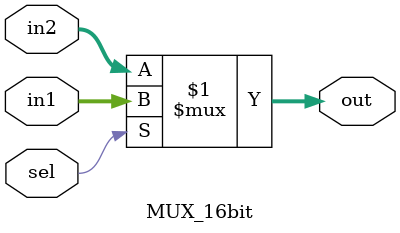
<source format=v>
module MUX_16bit (
    input  wire [15:0] in1, in2,
    input  wire        sel,
    output      [15:0] out
);

assign out = (sel) ? in1 : in2;
    
endmodule
</source>
